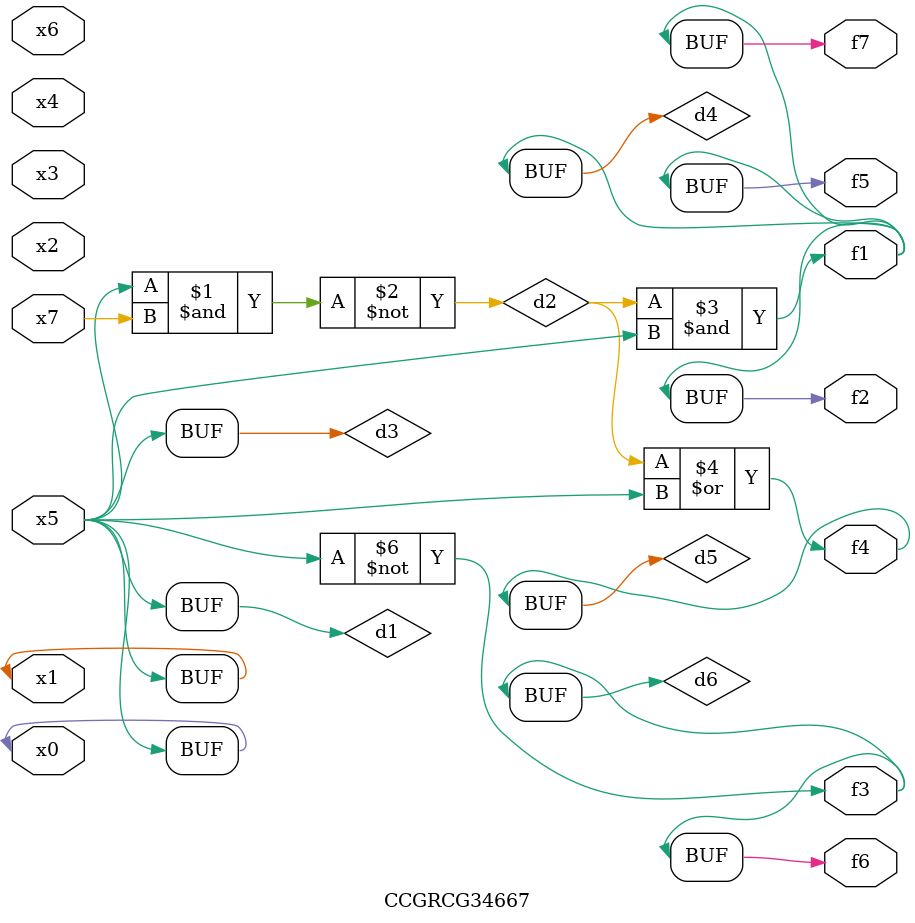
<source format=v>
module CCGRCG34667(
	input x0, x1, x2, x3, x4, x5, x6, x7,
	output f1, f2, f3, f4, f5, f6, f7
);

	wire d1, d2, d3, d4, d5, d6;

	buf (d1, x0, x5);
	nand (d2, x5, x7);
	buf (d3, x0, x1);
	and (d4, d2, d3);
	or (d5, d2, d3);
	nor (d6, d1, d3);
	assign f1 = d4;
	assign f2 = d4;
	assign f3 = d6;
	assign f4 = d5;
	assign f5 = d4;
	assign f6 = d6;
	assign f7 = d4;
endmodule

</source>
